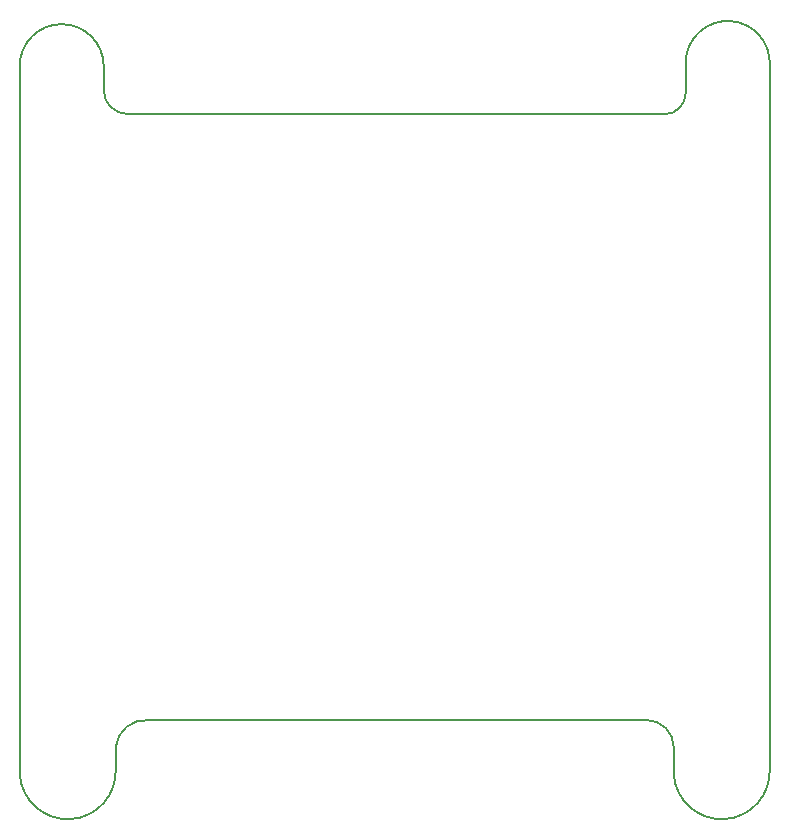
<source format=gbr>
G04 #@! TF.GenerationSoftware,KiCad,Pcbnew,5.0.0-rc3-unknown-3e22e5c~65~ubuntu16.04.1*
G04 #@! TF.CreationDate,2018-07-11T23:18:04-04:00*
G04 #@! TF.ProjectId,Phoenix_schema_new,50686F656E69785F736368656D615F6E,rev?*
G04 #@! TF.SameCoordinates,Original*
G04 #@! TF.FileFunction,Profile,NP*
%FSLAX46Y46*%
G04 Gerber Fmt 4.6, Leading zero omitted, Abs format (unit mm)*
G04 Created by KiCad (PCBNEW 5.0.0-rc3-unknown-3e22e5c~65~ubuntu16.04.1) date Wed Jul 11 23:18:04 2018*
%MOMM*%
%LPD*%
G01*
G04 APERTURE LIST*
%ADD10C,0.150000*%
G04 APERTURE END LIST*
D10*
X161798000Y-130302000D02*
G75*
G03X165608000Y-125984000I-254000J4064000D01*
G01*
X157480000Y-124206000D02*
X157480000Y-126492000D01*
X157480000Y-124206000D02*
G75*
G03X155194000Y-121920000I-2286000J0D01*
G01*
X165608000Y-125984000D02*
X165608000Y-121920000D01*
X157480000Y-126492000D02*
G75*
G03X161798000Y-130302000I4064000J254000D01*
G01*
X113030000Y-121920000D02*
X155194000Y-121920000D01*
X111252000Y-70612000D02*
X156718000Y-70612000D01*
X110236000Y-124206000D02*
X110236000Y-125984000D01*
X113030000Y-121920000D02*
G75*
G03X110236000Y-124206000I-254000J-2540000D01*
G01*
X158496000Y-66040000D02*
X158496000Y-68834000D01*
X156718000Y-70612000D02*
G75*
G03X158496000Y-68834000I0J1778000D01*
G01*
X109220000Y-66548000D02*
X109220000Y-68580000D01*
X109220000Y-68580000D02*
G75*
G03X111252000Y-70612000I2032000J0D01*
G01*
X102108000Y-121920000D02*
X102108000Y-126492000D01*
X102108000Y-126492000D02*
G75*
G03X106426000Y-130302000I4064000J254000D01*
G01*
X106426000Y-130302000D02*
G75*
G03X110236000Y-125984000I-254000J4064000D01*
G01*
X165608000Y-66548000D02*
X165608000Y-70612000D01*
X162306000Y-62738000D02*
G75*
G03X158496000Y-66040000I-254000J-3556000D01*
G01*
X165608000Y-66548000D02*
G75*
G03X162306000Y-62738000I-3556000J254000D01*
G01*
X102108000Y-66548000D02*
X102108000Y-70612000D01*
X109220000Y-66548000D02*
G75*
G03X105664000Y-62992000I-3556000J0D01*
G01*
X105664000Y-62992000D02*
G75*
G03X102108000Y-66548000I0J-3556000D01*
G01*
X102108000Y-70612000D02*
X102108000Y-121920000D01*
X165608000Y-121920000D02*
X165608000Y-70612000D01*
M02*

</source>
